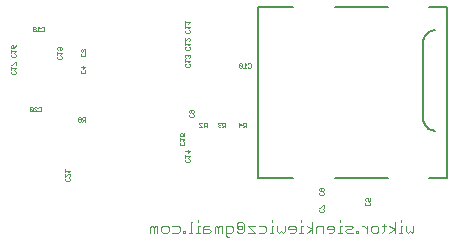
<source format=gbl>
G75*
%MOIN*%
%OFA0B0*%
%FSLAX24Y24*%
%IPPOS*%
%LPD*%
%AMOC8*
5,1,8,0,0,1.08239X$1,22.5*
%
%ADD10C,0.0030*%
%ADD11C,0.0010*%
%ADD12C,0.0050*%
D10*
X010346Y006175D02*
X010346Y006360D01*
X010408Y006421D01*
X010470Y006360D01*
X010470Y006175D01*
X010593Y006175D02*
X010593Y006421D01*
X010532Y006421D01*
X010470Y006360D01*
X010715Y006360D02*
X010715Y006236D01*
X010776Y006175D01*
X010900Y006175D01*
X010962Y006236D01*
X010962Y006360D01*
X010900Y006421D01*
X010776Y006421D01*
X010715Y006360D01*
X011083Y006421D02*
X011268Y006421D01*
X011330Y006360D01*
X011330Y006236D01*
X011268Y006175D01*
X011083Y006175D01*
X011452Y006175D02*
X011514Y006175D01*
X011514Y006236D01*
X011452Y006236D01*
X011452Y006175D01*
X011636Y006175D02*
X011760Y006175D01*
X011698Y006175D02*
X011698Y006545D01*
X011760Y006545D01*
X011943Y006545D02*
X011943Y006607D01*
X011943Y006421D02*
X011943Y006175D01*
X011882Y006175D02*
X012005Y006175D01*
X012127Y006175D02*
X012127Y006360D01*
X012188Y006421D01*
X012312Y006421D01*
X012312Y006298D02*
X012127Y006298D01*
X012127Y006175D02*
X012312Y006175D01*
X012373Y006236D01*
X012312Y006298D01*
X012495Y006360D02*
X012495Y006175D01*
X012618Y006175D02*
X012618Y006360D01*
X012557Y006421D01*
X012495Y006360D01*
X012618Y006360D02*
X012680Y006421D01*
X012742Y006421D01*
X012742Y006175D01*
X012863Y006175D02*
X013048Y006175D01*
X013110Y006236D01*
X013110Y006360D01*
X013048Y006421D01*
X012863Y006421D01*
X012863Y006113D01*
X012925Y006051D01*
X012987Y006051D01*
X013232Y006236D02*
X013293Y006175D01*
X013417Y006175D01*
X013478Y006236D01*
X013478Y006483D01*
X013417Y006545D01*
X013293Y006545D01*
X013232Y006483D01*
X013232Y006360D01*
X013293Y006298D01*
X013293Y006421D01*
X013417Y006421D01*
X013417Y006298D01*
X013293Y006298D01*
X013600Y006421D02*
X013847Y006175D01*
X013600Y006175D01*
X013600Y006421D02*
X013847Y006421D01*
X013968Y006421D02*
X014153Y006421D01*
X014215Y006360D01*
X014215Y006236D01*
X014153Y006175D01*
X013968Y006175D01*
X014337Y006175D02*
X014461Y006175D01*
X014399Y006175D02*
X014399Y006421D01*
X014461Y006421D01*
X014582Y006421D02*
X014582Y006236D01*
X014644Y006175D01*
X014705Y006236D01*
X014767Y006175D01*
X014829Y006236D01*
X014829Y006421D01*
X014950Y006360D02*
X014950Y006298D01*
X015197Y006298D01*
X015197Y006360D02*
X015136Y006421D01*
X015012Y006421D01*
X014950Y006360D01*
X015012Y006175D02*
X015136Y006175D01*
X015197Y006236D01*
X015197Y006360D01*
X015381Y006421D02*
X015381Y006175D01*
X015443Y006175D02*
X015319Y006175D01*
X015565Y006175D02*
X015750Y006298D01*
X015565Y006421D01*
X015443Y006421D02*
X015381Y006421D01*
X015381Y006545D02*
X015381Y006607D01*
X015750Y006545D02*
X015750Y006175D01*
X015871Y006175D02*
X015871Y006360D01*
X015933Y006421D01*
X016118Y006421D01*
X016118Y006175D01*
X016239Y006298D02*
X016486Y006298D01*
X016486Y006360D02*
X016425Y006421D01*
X016301Y006421D01*
X016239Y006360D01*
X016239Y006298D01*
X016301Y006175D02*
X016425Y006175D01*
X016486Y006236D01*
X016486Y006360D01*
X016670Y006421D02*
X016670Y006175D01*
X016732Y006175D02*
X016608Y006175D01*
X016853Y006236D02*
X016915Y006298D01*
X017038Y006298D01*
X017100Y006360D01*
X017038Y006421D01*
X016853Y006421D01*
X016732Y006421D02*
X016670Y006421D01*
X016670Y006545D02*
X016670Y006607D01*
X016853Y006236D02*
X016915Y006175D01*
X017100Y006175D01*
X017223Y006175D02*
X017284Y006175D01*
X017284Y006236D01*
X017223Y006236D01*
X017223Y006175D01*
X017406Y006421D02*
X017468Y006421D01*
X017591Y006298D01*
X017591Y006175D02*
X017591Y006421D01*
X017713Y006360D02*
X017774Y006421D01*
X017898Y006421D01*
X017960Y006360D01*
X017960Y006236D01*
X017898Y006175D01*
X017774Y006175D01*
X017713Y006236D01*
X017713Y006360D01*
X018082Y006421D02*
X018205Y006421D01*
X018143Y006483D02*
X018143Y006236D01*
X018082Y006175D01*
X018327Y006175D02*
X018512Y006298D01*
X018327Y006421D01*
X018512Y006545D02*
X018512Y006175D01*
X018634Y006175D02*
X018758Y006175D01*
X018696Y006175D02*
X018696Y006421D01*
X018758Y006421D01*
X018879Y006421D02*
X018879Y006236D01*
X018941Y006175D01*
X019002Y006236D01*
X019064Y006175D01*
X019126Y006236D01*
X019126Y006421D01*
X018696Y006545D02*
X018696Y006607D01*
X014399Y006607D02*
X014399Y006545D01*
X012005Y006421D02*
X011943Y006421D01*
D11*
X007552Y007912D02*
X007527Y007937D01*
X007527Y007987D01*
X007552Y008012D01*
X007527Y008059D02*
X007627Y008159D01*
X007652Y008159D01*
X007677Y008134D01*
X007677Y008084D01*
X007652Y008059D01*
X007652Y008012D02*
X007677Y007987D01*
X007677Y007937D01*
X007652Y007912D01*
X007552Y007912D01*
X007527Y008059D02*
X007527Y008159D01*
X007527Y008207D02*
X007527Y008307D01*
X007527Y008257D02*
X007677Y008257D01*
X007627Y008207D01*
X007964Y009886D02*
X008015Y009886D01*
X008040Y009911D01*
X008040Y009936D01*
X008015Y009961D01*
X007964Y009961D01*
X007939Y009936D01*
X007939Y009911D01*
X007964Y009886D01*
X007964Y009961D02*
X007939Y009986D01*
X007939Y010011D01*
X007964Y010036D01*
X008015Y010036D01*
X008040Y010011D01*
X008040Y009986D01*
X008015Y009961D01*
X008087Y009961D02*
X008112Y009936D01*
X008187Y009936D01*
X008187Y009886D02*
X008187Y010036D01*
X008112Y010036D01*
X008087Y010011D01*
X008087Y009961D01*
X008137Y009936D02*
X008087Y009886D01*
X006726Y010258D02*
X006701Y010233D01*
X006651Y010233D01*
X006626Y010258D01*
X006579Y010233D02*
X006479Y010333D01*
X006479Y010358D01*
X006504Y010383D01*
X006554Y010383D01*
X006579Y010358D01*
X006626Y010358D02*
X006651Y010383D01*
X006701Y010383D01*
X006726Y010358D01*
X006726Y010258D01*
X006579Y010233D02*
X006479Y010233D01*
X006431Y010258D02*
X006406Y010233D01*
X006356Y010233D01*
X006331Y010258D01*
X006331Y010358D01*
X006431Y010258D01*
X006431Y010358D01*
X006406Y010383D01*
X006356Y010383D01*
X006331Y010358D01*
X005839Y011475D02*
X005739Y011475D01*
X005714Y011500D01*
X005714Y011550D01*
X005739Y011575D01*
X005714Y011622D02*
X005714Y011722D01*
X005714Y011769D02*
X005739Y011769D01*
X005839Y011869D01*
X005864Y011869D01*
X005864Y011769D01*
X005864Y011672D02*
X005714Y011672D01*
X005814Y011622D02*
X005864Y011672D01*
X005839Y011575D02*
X005864Y011550D01*
X005864Y011500D01*
X005839Y011475D01*
X005839Y012037D02*
X005739Y012037D01*
X005714Y012062D01*
X005714Y012112D01*
X005739Y012137D01*
X005714Y012184D02*
X005714Y012284D01*
X005714Y012234D02*
X005864Y012234D01*
X005814Y012184D01*
X005839Y012137D02*
X005864Y012112D01*
X005864Y012062D01*
X005839Y012037D01*
X005789Y012332D02*
X005789Y012407D01*
X005764Y012432D01*
X005739Y012432D01*
X005714Y012407D01*
X005714Y012357D01*
X005739Y012332D01*
X005789Y012332D01*
X005839Y012382D01*
X005864Y012432D01*
X006431Y012924D02*
X006456Y012899D01*
X006506Y012899D01*
X006531Y012924D01*
X006531Y012949D01*
X006506Y012974D01*
X006456Y012974D01*
X006431Y012949D01*
X006431Y012924D01*
X006456Y012974D02*
X006431Y012999D01*
X006431Y013024D01*
X006456Y013049D01*
X006506Y013049D01*
X006531Y013024D01*
X006531Y012999D01*
X006506Y012974D01*
X006578Y012899D02*
X006678Y012899D01*
X006628Y012899D02*
X006628Y013049D01*
X006678Y012999D01*
X006725Y013024D02*
X006750Y013049D01*
X006800Y013049D01*
X006825Y013024D01*
X006825Y012924D01*
X006800Y012899D01*
X006750Y012899D01*
X006725Y012924D01*
X007255Y012345D02*
X007280Y012370D01*
X007380Y012370D01*
X007405Y012345D01*
X007405Y012295D01*
X007380Y012270D01*
X007355Y012270D01*
X007330Y012295D01*
X007330Y012370D01*
X007255Y012345D02*
X007255Y012295D01*
X007280Y012270D01*
X007255Y012222D02*
X007255Y012122D01*
X007255Y012172D02*
X007405Y012172D01*
X007355Y012122D01*
X007380Y012075D02*
X007405Y012050D01*
X007405Y012000D01*
X007380Y011975D01*
X007280Y011975D01*
X007255Y012000D01*
X007255Y012050D01*
X007280Y012075D01*
X008043Y012085D02*
X008043Y012135D01*
X008068Y012160D01*
X008068Y012207D02*
X008043Y012232D01*
X008043Y012282D01*
X008068Y012307D01*
X008093Y012307D01*
X008118Y012282D01*
X008118Y012257D01*
X008118Y012282D02*
X008143Y012307D01*
X008168Y012307D01*
X008193Y012282D01*
X008193Y012232D01*
X008168Y012207D01*
X008168Y012160D02*
X008193Y012135D01*
X008193Y012085D01*
X008168Y012060D01*
X008068Y012060D01*
X008043Y012085D01*
X008118Y011745D02*
X008118Y011645D01*
X008193Y011720D01*
X008043Y011720D01*
X008068Y011597D02*
X008043Y011572D01*
X008043Y011522D01*
X008068Y011497D01*
X008168Y011497D01*
X008193Y011522D01*
X008193Y011572D01*
X008168Y011597D01*
X011339Y009469D02*
X011339Y009419D01*
X011364Y009394D01*
X011414Y009394D02*
X011439Y009444D01*
X011439Y009469D01*
X011414Y009494D01*
X011364Y009494D01*
X011339Y009469D01*
X011414Y009394D02*
X011489Y009394D01*
X011489Y009494D01*
X011489Y009297D02*
X011339Y009297D01*
X011339Y009247D02*
X011339Y009347D01*
X011439Y009247D02*
X011489Y009297D01*
X011464Y009200D02*
X011489Y009175D01*
X011489Y009125D01*
X011464Y009100D01*
X011364Y009100D01*
X011339Y009125D01*
X011339Y009175D01*
X011364Y009200D01*
X011527Y008907D02*
X011677Y008907D01*
X011602Y008832D01*
X011602Y008932D01*
X011527Y008784D02*
X011527Y008684D01*
X011527Y008734D02*
X011677Y008734D01*
X011627Y008684D01*
X011652Y008637D02*
X011677Y008612D01*
X011677Y008562D01*
X011652Y008537D01*
X011552Y008537D01*
X011527Y008562D01*
X011527Y008612D01*
X011552Y008637D01*
X011989Y009702D02*
X012089Y009702D01*
X011989Y009802D01*
X011989Y009827D01*
X012014Y009852D01*
X012064Y009852D01*
X012089Y009827D01*
X012136Y009827D02*
X012136Y009777D01*
X012161Y009752D01*
X012236Y009752D01*
X012236Y009702D02*
X012236Y009852D01*
X012161Y009852D01*
X012136Y009827D01*
X012186Y009752D02*
X012136Y009702D01*
X012614Y009727D02*
X012639Y009702D01*
X012689Y009702D01*
X012714Y009727D01*
X012761Y009702D02*
X012811Y009752D01*
X012786Y009752D02*
X012861Y009752D01*
X012861Y009702D02*
X012861Y009852D01*
X012786Y009852D01*
X012761Y009827D01*
X012761Y009777D01*
X012786Y009752D01*
X012714Y009827D02*
X012689Y009852D01*
X012639Y009852D01*
X012614Y009827D01*
X012614Y009802D01*
X012639Y009777D01*
X012614Y009752D01*
X012614Y009727D01*
X012639Y009777D02*
X012664Y009777D01*
X013301Y009777D02*
X013401Y009777D01*
X013326Y009852D01*
X013326Y009702D01*
X013448Y009702D02*
X013498Y009752D01*
X013473Y009752D02*
X013548Y009752D01*
X013548Y009702D02*
X013548Y009852D01*
X013473Y009852D01*
X013448Y009827D01*
X013448Y009777D01*
X013473Y009752D01*
X011802Y010062D02*
X011777Y010037D01*
X011677Y010037D01*
X011652Y010062D01*
X011652Y010112D01*
X011677Y010137D01*
X011677Y010184D02*
X011652Y010209D01*
X011652Y010259D01*
X011677Y010284D01*
X011777Y010284D01*
X011802Y010259D01*
X011802Y010209D01*
X011777Y010184D01*
X011752Y010184D01*
X011727Y010209D01*
X011727Y010284D01*
X011777Y010137D02*
X011802Y010112D01*
X011802Y010062D01*
X011652Y011725D02*
X011552Y011725D01*
X011527Y011750D01*
X011527Y011800D01*
X011552Y011825D01*
X011527Y011872D02*
X011527Y011972D01*
X011527Y011922D02*
X011677Y011922D01*
X011627Y011872D01*
X011652Y011825D02*
X011677Y011800D01*
X011677Y011750D01*
X011652Y011725D01*
X011652Y012019D02*
X011677Y012044D01*
X011677Y012094D01*
X011652Y012119D01*
X011627Y012119D01*
X011602Y012094D01*
X011577Y012119D01*
X011552Y012119D01*
X011527Y012094D01*
X011527Y012044D01*
X011552Y012019D01*
X011602Y012069D02*
X011602Y012094D01*
X011652Y012287D02*
X011552Y012287D01*
X011527Y012312D01*
X011527Y012362D01*
X011552Y012387D01*
X011527Y012434D02*
X011527Y012534D01*
X011527Y012582D02*
X011627Y012682D01*
X011652Y012682D01*
X011677Y012657D01*
X011677Y012607D01*
X011652Y012582D01*
X011677Y012484D02*
X011527Y012484D01*
X011527Y012582D02*
X011527Y012682D01*
X011552Y012850D02*
X011527Y012875D01*
X011527Y012925D01*
X011552Y012950D01*
X011527Y012997D02*
X011527Y013097D01*
X011527Y013144D02*
X011527Y013244D01*
X011527Y013194D02*
X011677Y013194D01*
X011627Y013144D01*
X011677Y013047D02*
X011527Y013047D01*
X011627Y012997D02*
X011677Y013047D01*
X011652Y012950D02*
X011677Y012925D01*
X011677Y012875D01*
X011652Y012850D01*
X011552Y012850D01*
X011677Y012484D02*
X011627Y012434D01*
X011652Y012387D02*
X011677Y012362D01*
X011677Y012312D01*
X011652Y012287D01*
X013306Y011811D02*
X013406Y011711D01*
X013381Y011686D01*
X013331Y011686D01*
X013306Y011711D01*
X013306Y011811D01*
X013331Y011836D01*
X013381Y011836D01*
X013406Y011811D01*
X013406Y011711D01*
X013453Y011686D02*
X013553Y011686D01*
X013503Y011686D02*
X013503Y011836D01*
X013553Y011786D01*
X013600Y011811D02*
X013625Y011836D01*
X013675Y011836D01*
X013700Y011811D01*
X013700Y011711D01*
X013675Y011686D01*
X013625Y011686D01*
X013600Y011711D01*
X016005Y007682D02*
X015980Y007657D01*
X015980Y007607D01*
X016005Y007582D01*
X016030Y007582D01*
X016055Y007607D01*
X016055Y007657D01*
X016030Y007682D01*
X016005Y007682D01*
X016055Y007657D02*
X016080Y007682D01*
X016105Y007682D01*
X016130Y007657D01*
X016130Y007607D01*
X016105Y007582D01*
X016080Y007582D01*
X016055Y007607D01*
X016005Y007535D02*
X015980Y007510D01*
X015980Y007460D01*
X016005Y007435D01*
X016105Y007435D01*
X016130Y007460D01*
X016130Y007510D01*
X016105Y007535D01*
X016105Y007120D02*
X016005Y007020D01*
X015980Y007020D01*
X016005Y006972D02*
X015980Y006947D01*
X015980Y006897D01*
X016005Y006872D01*
X016105Y006872D01*
X016130Y006897D01*
X016130Y006947D01*
X016105Y006972D01*
X016130Y007020D02*
X016130Y007120D01*
X016105Y007120D01*
X017527Y007125D02*
X017552Y007100D01*
X017652Y007100D01*
X017677Y007125D01*
X017677Y007175D01*
X017652Y007200D01*
X017677Y007247D02*
X017602Y007247D01*
X017627Y007297D01*
X017627Y007322D01*
X017602Y007347D01*
X017552Y007347D01*
X017527Y007322D01*
X017527Y007272D01*
X017552Y007247D01*
X017552Y007200D02*
X017527Y007175D01*
X017527Y007125D01*
X017677Y007247D02*
X017677Y007347D01*
D12*
X018272Y008013D02*
X016501Y008013D01*
X015123Y008013D02*
X013942Y008013D01*
X013942Y013722D01*
X015123Y013722D01*
X016501Y013722D02*
X018272Y013722D01*
X019650Y013722D02*
X020241Y013722D01*
X020241Y008013D01*
X019650Y008013D01*
X019453Y009982D02*
X019453Y012541D01*
X019455Y012580D01*
X019461Y012618D01*
X019470Y012655D01*
X019483Y012692D01*
X019500Y012727D01*
X019519Y012760D01*
X019542Y012791D01*
X019568Y012820D01*
X019597Y012846D01*
X019628Y012869D01*
X019661Y012888D01*
X019696Y012905D01*
X019733Y012918D01*
X019770Y012927D01*
X019808Y012933D01*
X019847Y012935D01*
X019453Y009982D02*
X019455Y009943D01*
X019461Y009905D01*
X019470Y009868D01*
X019483Y009831D01*
X019500Y009796D01*
X019519Y009763D01*
X019542Y009732D01*
X019568Y009703D01*
X019597Y009677D01*
X019628Y009654D01*
X019661Y009635D01*
X019696Y009618D01*
X019733Y009605D01*
X019770Y009596D01*
X019808Y009590D01*
X019847Y009588D01*
M02*

</source>
